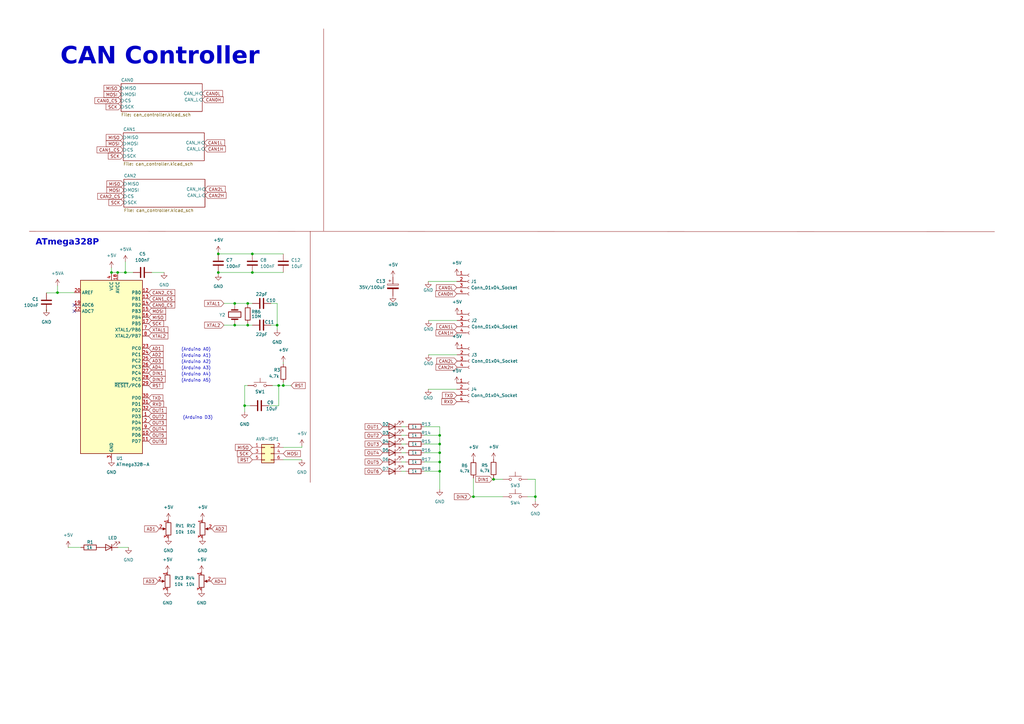
<source format=kicad_sch>
(kicad_sch (version 20230121) (generator eeschema)
  (paper "A3")
  (title_block (title "CAN Brake Board") (date "2023-12-04") (rev "1.4"))
  (lib_symbols
    (symbol "Connector:Conn_01x04_Socket" (pin_names (offset 1.016) hide)
      (property "Reference" "J" (at 0 5.08 0))
      (property "Value" "Conn_01x04_Socket" (at 0 -7.62 0))
      (symbol "Conn_01x04_Socket_1_1"
        (arc (start 0 -4.572) (mid -0.5058 -5.08) (end 0 -5.588) (stroke (width 0.1524)))
        (arc (start 0 -2.032) (mid -0.5058 -2.54) (end 0 -3.048) (stroke (width 0.1524)))
        (polyline (pts (xy -1.27 -5.08) (xy -0.508 -5.08)) (stroke (width 0.1524)))
        (polyline (pts (xy -1.27 -2.54) (xy -0.508 -2.54)) (stroke (width 0.1524)))
        (polyline (pts (xy -1.27 0) (xy -0.508 0)) (stroke (width 0.1524)))
        (polyline (pts (xy -1.27 2.54) (xy -0.508 2.54)) (stroke (width 0.1524)))
        (arc (start 0 0.508) (mid -0.5058 0) (end 0 -0.508) (stroke (width 0.1524)))
        (arc (start 0 3.048) (mid -0.5058 2.54) (end 0 2.032) (stroke (width 0.1524)))
        (pin passive line (at -5.08 2.54 0) (length 3.81) (name "Pin_1") (number "1"))
        (pin passive line (at -5.08 0 0) (length 3.81) (name "Pin_2") (number "2"))
        (pin passive line (at -5.08 -2.54 0) (length 3.81) (name "Pin_3") (number "3"))
        (pin passive line (at -5.08 -5.08 0) (length 3.81) (name "Pin_4") (number "4"))
      )
    )
    (symbol "Connector_Generic:Conn_02x03_Odd_Even" (pin_names (offset 1.016) hide)
      (property "Reference" "J" (at 1.27 5.08 0))
      (property "Value" "Conn_02x03_Odd_Even" (at 1.27 -5.08 0))
      (symbol "Conn_02x03_Odd_Even_1_1"
        (rectangle (start -1.27 -2.413) (end 0 -2.667) (stroke (width 0.1524)))
        (rectangle (start -1.27 0.127) (end 0 -0.127) (stroke (width 0.1524)))
        (rectangle (start -1.27 2.667) (end 0 2.413) (stroke (width 0.1524)))
        (rectangle (start -1.27 3.81) (end 3.81 -3.81) (stroke (width 0.254)) (fill (type background)))
        (rectangle (start 3.81 -2.413) (end 2.54 -2.667) (stroke (width 0.1524)))
        (rectangle (start 3.81 0.127) (end 2.54 -0.127) (stroke (width 0.1524)))
        (rectangle (start 3.81 2.667) (end 2.54 2.413) (stroke (width 0.1524)))
        (pin passive line (at -5.08 2.54 0) (length 3.81) (name "Pin_1") (number "1"))
        (pin passive line (at 7.62 2.54 180) (length 3.81) (name "Pin_2") (number "2"))
        (pin passive line (at -5.08 0 0) (length 3.81) (name "Pin_3") (number "3"))
        (pin passive line (at 7.62 0 180) (length 3.81) (name "Pin_4") (number "4"))
        (pin passive line (at -5.08 -2.54 0) (length 3.81) (name "Pin_5") (number "5"))
        (pin passive line (at 7.62 -2.54 180) (length 3.81) (name "Pin_6") (number "6"))
      )
    )
    (symbol "Device:C" (pin_numbers hide) (pin_names (offset 0.254))
      (property "Reference" "C" (at 0.635 2.54 0))
      (property "Value" "C" (at 0.635 -2.54 0))
      (symbol "C_0_1"
        (polyline (pts (xy -2.032 -0.762) (xy 2.032 -0.762)) (stroke (width 0.508)))
        (polyline (pts (xy -2.032 0.762) (xy 2.032 0.762)) (stroke (width 0.508)))
      )
      (symbol "C_1_1"
        (pin passive line (at 0 3.81 270) (length 2.794) (name "~") (number "1"))
        (pin passive line (at 0 -3.81 90) (length 2.794) (name "~") (number "2"))
      )
    )
    (symbol "Device:C_Polarized" (pin_numbers hide) (pin_names (offset 0.254))
      (property "Reference" "C" (at 0.635 2.54 0))
      (property "Value" "C_Polarized" (at 0.635 -2.54 0))
      (symbol "C_Polarized_0_1"
        (rectangle (start -2.286 0.508) (end 2.286 1.016))
        (polyline (pts (xy -1.778 2.286) (xy -0.762 2.286)))
        (polyline (pts (xy -1.27 2.794) (xy -1.27 1.778)))
        (rectangle (start 2.286 -0.508) (end -2.286 -1.016) (fill (type outline)))
      )
      (symbol "C_Polarized_1_1"
        (pin passive line (at 0 3.81 270) (length 2.794) (name "~") (number "1"))
        (pin passive line (at 0 -3.81 90) (length 2.794) (name "~") (number "2"))
      )
    )
    (symbol "Device:Crystal" (pin_numbers hide) (pin_names (offset 1.016) hide)
      (property "Reference" "Y" (at 0 3.81 0))
      (property "Value" "Crystal" (at 0 -3.81 0))
      (symbol "Crystal_0_1"
        (rectangle (start -1.143 2.54) (end 1.143 -2.54) (stroke (width 0.3048)))
        (polyline (pts (xy -2.54 0) (xy -1.905 0)))
        (polyline (pts (xy -1.905 -1.27) (xy -1.905 1.27)) (stroke (width 0.508)))
        (polyline (pts (xy 1.905 -1.27) (xy 1.905 1.27)) (stroke (width 0.508)))
        (polyline (pts (xy 2.54 0) (xy 1.905 0)))
      )
      (symbol "Crystal_1_1"
        (pin passive line (at -3.81 0 0) (length 1.27) (name "1") (number "1"))
        (pin passive line (at 3.81 0 180) (length 1.27) (name "2") (number "2"))
      )
    )
    (symbol "Device:LED" (pin_numbers hide) (pin_names (offset 1.016) hide)
      (property "Reference" "D" (at 0 2.54 0))
      (property "Value" "LED" (at 0 -2.54 0))
      (symbol "LED_0_1"
        (polyline (pts (xy -1.27 -1.27) (xy -1.27 1.27)) (stroke (width 0.254)))
        (polyline (pts (xy -1.27 0) (xy 1.27 0)))
        (polyline (pts (xy 1.27 -1.27) (xy 1.27 1.27) (xy -1.27 0) (xy 1.27 -1.27)) (stroke (width 0.254)))
        (polyline (pts (xy -3.048 -0.762) (xy -4.572 -2.286) (xy -3.81 -2.286) (xy -4.572 -2.286) (xy -4.572 -1.524)))
        (polyline (pts (xy -1.778 -0.762) (xy -3.302 -2.286) (xy -2.54 -2.286) (xy -3.302 -2.286) (xy -3.302 -1.524)))
      )
      (symbol "LED_1_1"
        (pin passive line (at -3.81 0 0) (length 2.54) (name "K") (number "1"))
        (pin passive line (at 3.81 0 180) (length 2.54) (name "A") (number "2"))
      )
    )
    (symbol "Device:R" (pin_numbers hide) (pin_names (offset 0))
      (property "Reference" "R" (at 2.032 0 90))
      (property "Value" "R" (at 0 0 90))
      (symbol "R_0_1"
        (rectangle (start -1.016 -2.54) (end 1.016 2.54) (stroke (width 0.254)))
      )
      (symbol "R_1_1"
        (pin passive line (at 0 3.81 270) (length 1.27) (name "~") (number "1"))
        (pin passive line (at 0 -3.81 90) (length 1.27) (name "~") (number "2"))
      )
    )
    (symbol "Device:R_Potentiometer" (pin_names (offset 1.016) hide)
      (property "Reference" "RV" (at -4.445 0 90))
      (property "Value" "R_Potentiometer" (at -2.54 0 90))
      (symbol "R_Potentiometer_0_1"
        (polyline (pts (xy 2.54 0) (xy 1.524 0)))
        (polyline (pts (xy 1.143 0) (xy 2.286 0.508) (xy 2.286 -0.508) (xy 1.143 0)) (fill (type outline)))
        (rectangle (start 1.016 2.54) (end -1.016 -2.54) (stroke (width 0.254)))
      )
      (symbol "R_Potentiometer_1_1"
        (pin passive line (at 0 3.81 270) (length 1.27) (name "1") (number "1"))
        (pin passive line (at 3.81 0 180) (length 1.27) (name "2") (number "2"))
        (pin passive line (at 0 -3.81 90) (length 1.27) (name "3") (number "3"))
      )
    )
    (symbol "MCU_Microchip_ATmega:ATmega328-A"
      (property "Reference" "U" (at -12.7 36.83 0))
      (property "Value" "ATmega328-A" (at 2.54 -36.83 0))
      (symbol "ATmega328-A_0_1"
        (rectangle (start -12.7 -35.56) (end 12.7 35.56) (stroke (width 0.254)) (fill (type background)))
      )
      (symbol "ATmega328-A_1_1"
        (pin bidirectional line (at 15.24 -20.32 180) (length 2.54) (name "PD3") (number "1"))
        (pin bidirectional line (at 15.24 -27.94 180) (length 2.54) (name "PD6") (number "10"))
        (pin bidirectional line (at 15.24 -30.48 180) (length 2.54) (name "PD7") (number "11"))
        (pin bidirectional line (at 15.24 30.48 180) (length 2.54) (name "PB0") (number "12"))
        (pin bidirectional line (at 15.24 27.94 180) (length 2.54) (name "PB1") (number "13"))
        (pin bidirectional line (at 15.24 25.4 180) (length 2.54) (name "PB2") (number "14"))
        (pin bidirectional line (at 15.24 22.86 180) (length 2.54) (name "PB3") (number "15"))
        (pin bidirectional line (at 15.24 20.32 180) (length 2.54) (name "PB4") (number "16"))
        (pin bidirectional line (at 15.24 17.78 180) (length 2.54) (name "PB5") (number "17"))
        (pin power_in line (at 2.54 38.1 270) (length 2.54) (name "AVCC") (number "18"))
        (pin input line (at -15.24 25.4 0) (length 2.54) (name "ADC6") (number "19"))
        (pin bidirectional line (at 15.24 -22.86 180) (length 2.54) (name "PD4") (number "2"))
        (pin passive line (at -15.24 30.48 0) (length 2.54) (name "AREF") (number "20"))
        (pin passive line (at 0 -38.1 90) (length 2.54) hide (name "GND") (number "21"))
        (pin input line (at -15.24 22.86 0) (length 2.54) (name "ADC7") (number "22"))
        (pin bidirectional line (at 15.24 7.62 180) (length 2.54) (name "PC0") (number "23"))
        (pin bidirectional line (at 15.24 5.08 180) (length 2.54) (name "PC1") (number "24"))
        (pin bidirectional line (at 15.24 2.54 180) (length 2.54) (name "PC2") (number "25"))
        (pin bidirectional line (at 15.24 0 180) (length 2.54) (name "PC3") (number "26"))
        (pin bidirectional line (at 15.24 -2.54 180) (length 2.54) (name "PC4") (number "27"))
        (pin bidirectional line (at 15.24 -5.08 180) (length 2.54) (name "PC5") (number "28"))
        (pin bidirectional line (at 15.24 -7.62 180) (length 2.54) (name "~{RESET}/PC6") (number "29"))
        (pin power_in line (at 0 -38.1 90) (length 2.54) (name "GND") (number "3"))
        (pin bidirectional line (at 15.24 -12.7 180) (length 2.54) (name "PD0") (number "30"))
        (pin bidirectional line (at 15.24 -15.24 180) (length 2.54) (name "PD1") (number "31"))
        (pin bidirectional line (at 15.24 -17.78 180) (length 2.54) (name "PD2") (number "32"))
        (pin power_in line (at 0 38.1 270) (length 2.54) (name "VCC") (number "4"))
        (pin passive line (at 0 -38.1 90) (length 2.54) hide (name "GND") (number "5"))
        (pin passive line (at 0 38.1 270) (length 2.54) hide (name "VCC") (number "6"))
        (pin bidirectional line (at 15.24 15.24 180) (length 2.54) (name "XTAL1/PB6") (number "7"))
        (pin bidirectional line (at 15.24 12.7 180) (length 2.54) (name "XTAL2/PB7") (number "8"))
        (pin bidirectional line (at 15.24 -25.4 180) (length 2.54) (name "PD5") (number "9"))
      )
    )
    (symbol "Switch:SW_Push" (pin_numbers hide) (pin_names (offset 1.016) hide)
      (property "Reference" "SW" (at 1.27 2.54 0))
      (property "Value" "SW_Push" (at 0 -1.524 0))
      (symbol "SW_Push_0_1"
        (circle (center -2.032 0) (radius 0.508))
        (polyline (pts (xy 0 1.27) (xy 0 3.048)))
        (polyline (pts (xy 2.54 1.27) (xy -2.54 1.27)))
        (circle (center 2.032 0) (radius 0.508))
        (pin passive line (at -5.08 0 0) (length 2.54) (name "1") (number "1"))
        (pin passive line (at 5.08 0 180) (length 2.54) (name "2") (number "2"))
      )
    )
    (symbol "power:+5V" (power) (pin_names (offset 0))
      (property "Value" "+5V" (at 0 3.556 0))
      (symbol "+5V_0_1"
        (polyline (pts (xy -0.762 1.27) (xy 0 2.54)))
        (polyline (pts (xy 0 0) (xy 0 2.54)))
        (polyline (pts (xy 0 2.54) (xy 0.762 1.27)))
      )
      (symbol "+5V_1_1"
        (pin power_in line (at 0 0 90) (length 0) hide (name "+5V") (number "1"))
      )
    )
    (symbol "power:+5VA" (power) (pin_names (offset 0))
      (property "Value" "+5VA" (at 0 3.556 0))
      (symbol "+5VA_0_1"
        (polyline (pts (xy -0.762 1.27) (xy 0 2.54)))
        (polyline (pts (xy 0 0) (xy 0 2.54)))
        (polyline (pts (xy 0 2.54) (xy 0.762 1.27)))
      )
      (symbol "+5VA_1_1"
        (pin power_in line (at 0 0 90) (length 0) hide (name "+5VA") (number "1"))
      )
    )
    (symbol "power:GND" (power) (pin_names (offset 0))
      (property "Value" "GND" (at 0 -3.81 0))
      (symbol "GND_0_1"
        (polyline (pts (xy 0 0) (xy 0 -1.27) (xy 1.27 -1.27) (xy 0 -2.54) (xy -1.27 -1.27) (xy 0 -1.27)))
      )
      (symbol "GND_1_1"
        (pin power_in line (at 0 0 270) (length 0) hide (name "GND") (number "1"))
      )
    )
  )
  (junction (at 101.6 124.46))
  (junction (at 180.34 182.118))
  (junction (at 89.535 111.76))
  (junction (at 219.583 203.708))
  (junction (at 103.505 104.14))
  (junction (at 180.34 189.484))
  (junction (at 51.435 111.76))
  (junction (at 113.665 133.35))
  (junction (at 23.587 120.015))
  (junction (at 180.34 178.562))
  (junction (at 180.34 185.674))
  (junction (at 96.266 124.46))
  (junction (at 89.535 104.14))
  (junction (at 116.205 158.115))
  (junction (at 100.33 166.37))
  (junction (at 103.505 111.76))
  (junction (at 96.266 133.35))
  (junction (at 180.34 193.294))
  (junction (at 48.26 111.76))
  (junction (at 202.438 196.596))
  (junction (at 45.72 111.76))
  (junction (at 101.6 133.35))
  (junction (at 194.183 203.708))
  (junction (at 114.3 158.115))
  (no_connect (at 30.48 125.095))
  (no_connect (at 30.48 127.635))
  (wire (pts (xy 48.26 111.76) (xy 51.435 111.76)))
  (wire (pts (xy 175.641 115.443) (xy 187.325 115.443)))
  (wire (pts (xy 48.26 111.76) (xy 48.26 112.395)))
  (wire (pts (xy 45.72 109.855) (xy 45.72 111.76)))
  (wire (pts (xy 216.408 196.596) (xy 219.583 196.596)))
  (wire (pts (xy 101.6 158.115) (xy 100.33 158.115)))
  (wire (pts (xy 89.535 104.14) (xy 103.505 104.14)))
  (wire (pts (xy 114.3 158.115) (xy 116.205 158.115)))
  (wire (pts (xy 175.641 159.639) (xy 187.325 159.639)))
  (wire (pts (xy 173.99 182.118) (xy 180.34 182.118)))
  (wire (pts (xy 180.34 182.118) (xy 180.34 185.674)))
  (wire (pts (xy 91.821 133.35) (xy 96.266 133.35)))
  (wire (pts (xy 101.6 132.588) (xy 101.6 133.35)))
  (wire (pts (xy 45.72 111.76) (xy 45.72 112.395)))
  (wire (pts (xy 89.535 111.76) (xy 103.505 111.76)))
  (wire (pts (xy 164.592 182.118) (xy 166.37 182.118)))
  (wire (pts (xy 164.592 189.484) (xy 166.37 189.484)))
  (wire (pts (xy 201.93 196.596) (xy 202.438 196.596)))
  (wire (pts (xy 62.23 111.76) (xy 67.31 111.76)))
  (wire (pts (xy 216.408 203.708) (xy 219.583 203.708)))
  (polyline (pts (xy 12.0142 94.8944) (xy 407.924 94.996)) (stroke (width 0) (color 132 0 0 1)))
  (wire (pts (xy 19.05 127.762) (xy 19.05 127)))
  (wire (pts (xy 100.33 158.115) (xy 100.33 166.37)))
  (wire (pts (xy 180.34 185.674) (xy 180.34 189.484)))
  (wire (pts (xy 111.125 133.35) (xy 113.665 133.35)))
  (wire (pts (xy 52.705 224.536) (xy 48.387 224.536)))
  (wire (pts (xy 103.505 104.14) (xy 116.205 104.14)))
  (wire (pts (xy 173.99 193.294) (xy 180.34 193.294)))
  (wire (pts (xy 19.05 120.142) (xy 22.86 120.142)))
  (wire (pts (xy 116.205 156.845) (xy 116.205 158.115)))
  (wire (pts (xy 173.99 185.674) (xy 180.34 185.674)))
  (wire (pts (xy 194.183 203.708) (xy 194.183 196.088)))
  (wire (pts (xy 116.205 158.115) (xy 119.38 158.115)))
  (wire (pts (xy 116.205 148.59) (xy 116.205 149.225)))
  (wire (pts (xy 96.266 124.46) (xy 101.6 124.46)))
  (wire (pts (xy 180.34 178.562) (xy 180.34 182.118)))
  (wire (pts (xy 180.34 175.006) (xy 180.34 178.562)))
  (wire (pts (xy 101.6 133.35) (xy 103.505 133.35)))
  (wire (pts (xy 173.99 189.484) (xy 180.34 189.484)))
  (wire (pts (xy 175.768 131.445) (xy 187.452 131.445)))
  (wire (pts (xy 103.505 111.76) (xy 116.205 111.76)))
  (wire (pts (xy 173.99 178.562) (xy 180.34 178.562)))
  (wire (pts (xy 194.183 203.708) (xy 206.248 203.708)))
  (wire (pts (xy 219.583 196.596) (xy 219.583 203.708)))
  (wire (pts (xy 91.821 124.46) (xy 96.266 124.46)))
  (polyline (pts (xy 132.715 94.6912) (xy 132.715 11.811)) (stroke (width 0) (color 132 0 0 1)))
  (wire (pts (xy 164.592 178.562) (xy 166.37 178.562)))
  (wire (pts (xy 51.435 107.315) (xy 51.435 111.76)))
  (wire (pts (xy 22.86 120.015) (xy 23.587 120.015)))
  (wire (pts (xy 116.205 188.595) (xy 123.825 188.595)))
  (wire (pts (xy 100.33 168.91) (xy 100.33 166.37)))
  (wire (pts (xy 164.592 175.006) (xy 166.37 175.006)))
  (wire (pts (xy 175.768 145.542) (xy 187.452 145.542)))
  (wire (pts (xy 45.72 111.76) (xy 48.26 111.76)))
  (wire (pts (xy 23.587 120.015) (xy 30.48 120.015)))
  (wire (pts (xy 113.665 124.46) (xy 113.665 133.35)))
  (wire (pts (xy 22.86 120.142) (xy 22.86 120.015)))
  (wire (pts (xy 202.438 196.596) (xy 202.438 195.961)))
  (wire (pts (xy 173.99 175.006) (xy 180.34 175.006)))
  (wire (pts (xy 164.592 185.674) (xy 166.37 185.674)))
  (wire (pts (xy 23.587 117.1825) (xy 23.587 120.015)))
  (wire (pts (xy 180.34 189.484) (xy 180.34 193.294)))
  (wire (pts (xy 111.76 158.115) (xy 114.3 158.115)))
  (wire (pts (xy 110.236 166.37) (xy 114.3 166.37)))
  (wire (pts (xy 193.167 203.708) (xy 194.183 203.708)))
  (polyline (pts (xy 127.254 197.866) (xy 127.254 94.869)) (stroke (width 0) (color 132 0 0 1)))
  (wire (pts (xy 27.94 224.536) (xy 33.147 224.536)))
  (wire (pts (xy 219.583 205.613) (xy 219.583 203.708)))
  (wire (pts (xy 54.61 111.76) (xy 51.435 111.76)))
  (wire (pts (xy 100.33 166.37) (xy 102.616 166.37)))
  (wire (pts (xy 96.266 132.842) (xy 96.266 133.35)))
  (wire (pts (xy 180.34 193.294) (xy 180.34 200.66)))
  (wire (pts (xy 96.266 124.46) (xy 96.266 125.222)))
  (wire (pts (xy 113.665 124.46) (xy 111.125 124.46)))
  (wire (pts (xy 202.438 196.596) (xy 206.248 196.596)))
  (wire (pts (xy 123.825 183.515) (xy 116.205 183.515)))
  (wire (pts (xy 114.3 158.115) (xy 114.3 166.37)))
  (wire (pts (xy 89.535 103.505) (xy 89.535 104.14)))
  (wire (pts (xy 89.535 112.395) (xy 89.535 111.76)))
  (wire (pts (xy 113.665 135.255) (xy 113.665 133.35)))
  (wire (pts (xy 123.825 183.515) (xy 123.825 182.88)))
  (wire (pts (xy 101.6 124.46) (xy 101.6 124.968)))
  (wire (pts (xy 101.6 124.46) (xy 103.505 124.46)))
  (wire (pts (xy 96.266 133.35) (xy 101.6 133.35)))
  (wire (pts (xy 164.592 193.294) (xy 166.37 193.294)))
  (text "(Arduino A4)\n" (at 74.295 154.305 0) (effects (font (size 1.27 1.27)) (justify left bottom)))
  (text "(Arduino A2)\n" (at 74.295 149.225 0) (effects (font (size 1.27 1.27)) (justify left bottom)))
  (text "ATmega328P" (at 14.605 101.6 0) (effects (font (size 2.54 2.54) (thickness 1.4) bold) (justify left bottom)))
  (text "(Arduino A0)\n" (at 74.295 144.145 0) (effects (font (size 1.27 1.27)) (justify left bottom)))
  (text "(Arduino D3)\n" (at 74.93 172.085 0) (effects (font (size 1.27 1.27)) (justify left bottom)))
  (text "(Arduino A5)\n" (at 74.295 156.845 0) (effects (font (size 1.27 1.27)) (justify left bottom)))
  (text "CAN Controller" (at 24.765 29.21 0) (effects (font (size 7 7) (thickness 1.4) bold) (justify left bottom)))
  (text "(Arduino A1)\n" (at 74.295 146.685 0) (effects (font (size 1.27 1.27)) (justify left bottom)))
  (text "(Arduino A3)\n" (at 74.295 151.765 0) (effects (font (size 1.27 1.27)) (justify left bottom)))
  (global_label "XTAL1" (shape input) (at 91.821 124.46 180) (property "Intersheetrefs" "${INTERSHEET_REFS}" (effects hide)))
  (global_label "OUT5" (shape input) (at 156.972 189.484 180) (property "Intersheetrefs" "${INTERSHEET_REFS}" (effects hide)))
  (global_label "CAN2H" (shape input) (at 84.074 80.137 0) (property "Intersheetrefs" "${INTERSHEET_REFS}" (effects hide)))
  (global_label "TXD" (shape input) (at 60.96 163.195 0) (property "Intersheetrefs" "${INTERSHEET_REFS}" (effects hide)))
  (global_label "DIN2" (shape input) (at 60.96 155.575 0) (property "Intersheetrefs" "${INTERSHEET_REFS}" (effects hide)))
  (global_label "MOSI" (shape input) (at 60.96 127.635 0) (property "Intersheetrefs" "${INTERSHEET_REFS}" (effects hide)))
  (global_label "CAN0H" (shape input) (at 187.325 120.523 180) (property "Intersheetrefs" "${INTERSHEET_REFS}" (effects hide)))
  (global_label "XTAL1" (shape input) (at 60.96 135.255 0) (property "Intersheetrefs" "${INTERSHEET_REFS}" (effects hide)))
  (global_label "AD4" (shape input) (at 86.487 238.379 0) (property "Intersheetrefs" "${INTERSHEET_REFS}" (effects hide)))
  (global_label "CAN0_CS" (shape input) (at 60.96 125.095 0) (property "Intersheetrefs" "${INTERSHEET_REFS}" (effects hide)))
  (global_label "CAN1L" (shape input) (at 83.82 58.547 0) (property "Intersheetrefs" "${INTERSHEET_REFS}" (effects hide)))
  (global_label "CAN1H" (shape input) (at 187.452 136.525 180) (property "Intersheetrefs" "${INTERSHEET_REFS}" (effects hide)))
  (global_label "RST" (shape input) (at 60.96 158.115 0) (property "Intersheetrefs" "${INTERSHEET_REFS}" (effects hide)))
  (global_label "RST" (shape input) (at 103.505 188.595 180) (property "Intersheetrefs" "${INTERSHEET_REFS}" (effects hide)))
  (global_label "OUT6" (shape input) (at 60.96 180.975 0) (property "Intersheetrefs" "${INTERSHEET_REFS}" (effects hide)))
  (global_label "SCK" (shape input) (at 103.505 186.055 180) (property "Intersheetrefs" "${INTERSHEET_REFS}" (effects hide)))
  (global_label "CAN2H" (shape input) (at 187.452 150.622 180) (property "Intersheetrefs" "${INTERSHEET_REFS}" (effects hide)))
  (global_label "SCK" (shape input) (at 50.8 83.058 180) (property "Intersheetrefs" "${INTERSHEET_REFS}" (effects hide)))
  (global_label "CAN1_CS" (shape input) (at 60.96 122.555 0) (property "Intersheetrefs" "${INTERSHEET_REFS}" (effects hide)))
  (global_label "CAN0L" (shape input) (at 187.325 117.983 180) (property "Intersheetrefs" "${INTERSHEET_REFS}" (effects hide)))
  (global_label "MOSI" (shape input) (at 50.8 77.978 180) (property "Intersheetrefs" "${INTERSHEET_REFS}" (effects hide)))
  (global_label "OUT2" (shape input) (at 60.96 170.815 0) (property "Intersheetrefs" "${INTERSHEET_REFS}" (effects hide)))
  (global_label "CAN2_CS" (shape input) (at 50.8 80.518 180) (property "Intersheetrefs" "${INTERSHEET_REFS}" (effects hide)))
  (global_label "AD2" (shape input) (at 86.868 216.916 0) (property "Intersheetrefs" "${INTERSHEET_REFS}" (effects hide)))
  (global_label "OUT1" (shape input) (at 156.972 175.006 180) (property "Intersheetrefs" "${INTERSHEET_REFS}" (effects hide)))
  (global_label "TXD" (shape input) (at 187.325 162.179 180) (property "Intersheetrefs" "${INTERSHEET_REFS}" (effects hide)))
  (global_label "RXD" (shape input) (at 187.325 164.719 180) (property "Intersheetrefs" "${INTERSHEET_REFS}" (effects hide)))
  (global_label "OUT4" (shape input) (at 60.96 175.895 0) (property "Intersheetrefs" "${INTERSHEET_REFS}" (effects hide)))
  (global_label "MISO" (shape input) (at 103.505 183.515 180) (property "Intersheetrefs" "${INTERSHEET_REFS}" (effects hide)))
  (global_label "AD3" (shape input) (at 60.96 147.955 0) (property "Intersheetrefs" "${INTERSHEET_REFS}" (effects hide)))
  (global_label "AD3" (shape input) (at 64.897 238.379 180) (property "Intersheetrefs" "${INTERSHEET_REFS}" (effects hide)))
  (global_label "CAN2L" (shape input) (at 187.452 148.082 180) (property "Intersheetrefs" "${INTERSHEET_REFS}" (effects hide)))
  (global_label "MISO" (shape input) (at 49.657 36.195 180) (property "Intersheetrefs" "${INTERSHEET_REFS}" (effects hide)))
  (global_label "CAN0H" (shape input) (at 82.931 40.894 0) (property "Intersheetrefs" "${INTERSHEET_REFS}" (effects hide)))
  (global_label "MISO" (shape input) (at 50.546 56.388 180) (property "Intersheetrefs" "${INTERSHEET_REFS}" (effects hide)))
  (global_label "OUT6" (shape input) (at 156.972 193.294 180) (property "Intersheetrefs" "${INTERSHEET_REFS}" (effects hide)))
  (global_label "RST" (shape input) (at 119.38 158.115 0) (property "Intersheetrefs" "${INTERSHEET_REFS}" (effects hide)))
  (global_label "OUT2" (shape input) (at 156.972 178.562 180) (property "Intersheetrefs" "${INTERSHEET_REFS}" (effects hide)))
  (global_label "CAN2_CS" (shape input) (at 60.96 120.015 0) (property "Intersheetrefs" "${INTERSHEET_REFS}" (effects hide)))
  (global_label "DIN2" (shape input) (at 193.167 203.708 180) (property "Intersheetrefs" "${INTERSHEET_REFS}" (effects hide)))
  (global_label "OUT1" (shape input) (at 60.96 168.275 0) (property "Intersheetrefs" "${INTERSHEET_REFS}" (effects hide)))
  (global_label "CAN1_CS" (shape input) (at 50.546 61.468 180) (property "Intersheetrefs" "${INTERSHEET_REFS}" (effects hide)))
  (global_label "AD1" (shape input) (at 65.278 216.916 180) (property "Intersheetrefs" "${INTERSHEET_REFS}" (effects hide)))
  (global_label "CAN1H" (shape input) (at 83.82 61.087 0) (property "Intersheetrefs" "${INTERSHEET_REFS}" (effects hide)))
  (global_label "SCK" (shape input) (at 50.546 64.008 180) (property "Intersheetrefs" "${INTERSHEET_REFS}" (effects hide)))
  (global_label "CAN1L" (shape input) (at 187.452 133.985 180) (property "Intersheetrefs" "${INTERSHEET_REFS}" (effects hide)))
  (global_label "XTAL2" (shape input) (at 91.821 133.35 180) (property "Intersheetrefs" "${INTERSHEET_REFS}" (effects hide)))
  (global_label "AD2" (shape input) (at 60.96 145.415 0) (property "Intersheetrefs" "${INTERSHEET_REFS}" (effects hide)))
  (global_label "SCK" (shape input) (at 49.657 43.815 180) (property "Intersheetrefs" "${INTERSHEET_REFS}" (effects hide)))
  (global_label "OUT5" (shape input) (at 60.96 178.435 0) (property "Intersheetrefs" "${INTERSHEET_REFS}" (effects hide)))
  (global_label "RXD" (shape input) (at 60.96 165.735 0) (property "Intersheetrefs" "${INTERSHEET_REFS}" (effects hide)))
  (global_label "MISO" (shape input) (at 60.96 130.175 0) (property "Intersheetrefs" "${INTERSHEET_REFS}" (effects hide)))
  (global_label "MISO" (shape input) (at 50.8 75.438 180) (property "Intersheetrefs" "${INTERSHEET_REFS}" (effects hide)))
  (global_label "XTAL2" (shape input) (at 60.96 137.795 0) (property "Intersheetrefs" "${INTERSHEET_REFS}" (effects hide)))
  (global_label "DIN1" (shape input) (at 60.96 153.035 0) (property "Intersheetrefs" "${INTERSHEET_REFS}" (effects hide)))
  (global_label "MOSI" (shape input) (at 116.205 186.055 0) (property "Intersheetrefs" "${INTERSHEET_REFS}" (effects hide)))
  (global_label "SCK" (shape input) (at 60.96 132.715 0) (property "Intersheetrefs" "${INTERSHEET_REFS}" (effects hide)))
  (global_label "DIN1" (shape input) (at 201.93 196.596 180) (property "Intersheetrefs" "${INTERSHEET_REFS}" (effects hide)))
  (global_label "CAN2L" (shape input) (at 84.074 77.597 0) (property "Intersheetrefs" "${INTERSHEET_REFS}" (effects hide)))
  (global_label "MOSI" (shape input) (at 50.546 58.928 180) (property "Intersheetrefs" "${INTERSHEET_REFS}" (effects hide)))
  (global_label "MOSI" (shape input) (at 49.657 38.735 180) (property "Intersheetrefs" "${INTERSHEET_REFS}" (effects hide)))
  (global_label "AD1" (shape input) (at 60.96 142.875 0) (property "Intersheetrefs" "${INTERSHEET_REFS}" (effects hide)))
  (global_label "OUT4" (shape input) (at 156.972 185.674 180) (property "Intersheetrefs" "${INTERSHEET_REFS}" (effects hide)))
  (global_label "OUT3" (shape input) (at 156.972 182.118 180) (property "Intersheetrefs" "${INTERSHEET_REFS}" (effects hide)))
  (global_label "CAN0_CS" (shape input) (at 49.657 41.275 180) (property "Intersheetrefs" "${INTERSHEET_REFS}" (effects hide)))
  (global_label "OUT3" (shape input) (at 60.96 173.355 0) (property "Intersheetrefs" "${INTERSHEET_REFS}" (effects hide)))
  (global_label "CAN0L" (shape input) (at 82.931 38.354 0) (property "Intersheetrefs" "${INTERSHEET_REFS}" (effects hide)))
  (global_label "AD4" (shape input) (at 60.96 150.495 0) (property "Intersheetrefs" "${INTERSHEET_REFS}" (effects hide)))
  (symbol (lib_id "MCU_Microchip_ATmega:ATmega328-A") (at 45.72 150.495 0) (unit 1)
    (property "Reference" "U1" (at 47.6759 187.96 0) (effects (justify left)))
    (property "Value" "ATmega328-A" (at 47.6759 190.5 0) (effects (justify left)))
    (property "Footprint" "RMC_QFP:TQFP-32_7x7mm_P0.8mm_L" (effects hide))
    (property "Datasheet" "http://ww1.microchip.com/downloads/en/DeviceDoc/ATmega328_P%20AVR%20MCU%20with%20picoPower%20Technology%20Data%20Sheet%2040001984A.pdf" (effects hide))
  )
  (symbol (lib_id "Device:C") (at 107.315 124.46 270) (mirror x) (unit 1)
    (property "Reference" "C10" (at 111.125 123.19 90))
    (property "Value" "22pF" (at 107.315 120.65 90))
    (property "Footprint" "Better_Handsolder:C_0805_2012Metric_Pad1.18x1.45mm_HandSolder_L" (effects hide))
  )
  (symbol (lib_id "Connector:Conn_01x04_Socket") (at 192.405 115.443 0) (unit 1)
    (property "Reference" "J1" (at 193.167 115.443 0) (effects (justify left)))
    (property "Value" "Conn_01x04_Socket" (at 193.167 117.983 0) (effects (justify left)))
    (property "Footprint" "Connector_JST:JST_XH_B4B-XH-A_1x04_P2.50mm_Vertical" (effects hide))
  )
  (symbol (lib_id "Device:R") (at 116.205 153.035 180) (unit 1)
    (property "Reference" "R3" (at 113.665 151.765 0))
    (property "Value" "4.7k" (at 112.395 154.305 0))
    (property "Footprint" "Better_Handsolder:R_0805_2012Metric_Pad1.20x1.40mm_HandSolder_L" (effects hide))
  )
  (symbol (lib_id "power:GND") (at 113.665 135.255 0) (mirror y) (unit 1)
    (property "Reference" "#PWR022" (effects hide))
    (property "Value" "GND" (at 113.665 140.335 0))
  )
  (symbol (lib_id "Device:C") (at 89.535 107.95 180) (unit 1)
    (property "Reference" "C7" (at 92.71 106.68 0) (effects (justify right)))
    (property "Value" "100nF" (at 92.71 109.22 0) (effects (justify right)))
    (property "Footprint" "Better_Handsolder:C_0805_2012Metric_Pad1.18x1.45mm_HandSolder_L" (effects hide))
  )
  (symbol (lib_id "power:+5VA") (at 51.435 107.315 0) (unit 1)
    (property "Reference" "#PWR09" (effects hide))
    (property "Value" "+5VA" (at 51.435 102.235 0))
  )
  (symbol (lib_id "Device:R") (at 101.6 128.778 0) (mirror x) (unit 1)
    (property "Reference" "R86" (at 105.029 127.889 0))
    (property "Value" "10M" (at 105.156 129.794 0))
    (property "Footprint" "Better_Handsolder:R_0805_2012Metric_Pad1.20x1.40mm_HandSolder_L" (effects hide))
  )
  (symbol (lib_id "power:GND") (at 175.641 159.639 0) (mirror y) (unit 1)
    (property "Reference" "#PWR046" (effects hide))
    (property "Value" "GND" (at 175.641 163.195 0))
  )
  (symbol (lib_id "Device:R") (at 170.18 193.294 90) (mirror x) (unit 1)
    (property "Reference" "R18" (at 174.752 192.278 90))
    (property "Value" "1k" (at 169.926 193.294 90))
    (property "Footprint" "Better_Handsolder:R_0805_2012Metric_Pad1.20x1.40mm_HandSolder_L" (effects hide))
  )
  (symbol (lib_id "power:+5V") (at 187.325 157.099 0) (unit 1)
    (property "Reference" "#PWR045" (effects hide))
    (property "Value" "+5V" (at 187.325 152.019 0))
  )
  (symbol (lib_id "Device:R") (at 170.18 189.484 90) (mirror x) (unit 1)
    (property "Reference" "R17" (at 174.752 188.468 90))
    (property "Value" "1k" (at 169.926 189.484 90))
    (property "Footprint" "Better_Handsolder:R_0805_2012Metric_Pad1.20x1.40mm_HandSolder_L" (effects hide))
  )
  (symbol (lib_id "Device:C") (at 19.05 123.952 0) (mirror x) (unit 1) (on_board no)
    (property "Reference" "C1" (at 15.875 122.682 0) (effects (justify right)))
    (property "Value" "100nF" (at 15.875 125.222 0) (effects (justify right)))
    (property "Footprint" "Better_Handsolder:C_0805_2012Metric_Pad1.18x1.45mm_HandSolder_L" (effects hide))
  )
  (symbol (lib_id "power:+5V") (at 202.438 188.341 0) (unit 1)
    (property "Reference" "#PWR058" (effects hide))
    (property "Value" "+5V" (at 202.438 183.261 0))
  )
  (symbol (lib_id "power:GND") (at 175.641 115.443 0) (mirror y) (unit 1)
    (property "Reference" "#PWR029" (effects hide))
    (property "Value" "GND" (at 175.641 118.999 0))
  )
  (symbol (lib_id "Device:C_Polarized") (at 161.163 117.475 0) (unit 1) (on_board no)
    (property "Reference" "C13" (at 158.115 115.316 0) (effects (justify right)))
    (property "Value" "35V/100uF" (at 158.115 117.856 0) (effects (justify right)))
    (property "Footprint" "Capacitor_THT:CP_Radial_D6.3mm_P2.50mm" (effects hide))
  )
  (symbol (lib_id "Connector_Generic:Conn_02x03_Odd_Even") (at 108.585 186.055 0) (unit 1)
    (property "Reference" "AVR-ISP1" (at 109.728 180.086 0))
    (property "Value" "Conn_02x03_Odd_Even" (effects hide))
    (property "Footprint" "Connector_PinHeader_2.54mm:PinHeader_2x03_P2.54mm_Vertical" (effects hide))
  )
  (symbol (lib_id "power:GND") (at 100.33 168.91 0) (unit 1)
    (property "Reference" "#PWR019" (effects hide))
    (property "Value" "GND" (at 100.33 173.99 0))
  )
  (symbol (lib_id "power:+5V") (at 82.677 234.569 0) (unit 1)
    (property "Reference" "#PWR021" (effects hide))
    (property "Value" "+5V" (at 82.677 229.489 0))
  )
  (symbol (lib_id "power:+5V") (at 68.707 234.569 0) (mirror y) (unit 1)
    (property "Reference" "#PWR020" (effects hide))
    (property "Value" "+5V" (at 68.707 229.489 0))
  )
  (symbol (lib_id "Device:R") (at 194.183 192.278 0) (mirror x) (unit 1)
    (property "Reference" "R6" (at 190.5 191.008 0))
    (property "Value" "4.7k" (at 190.627 193.167 0))
    (property "Footprint" "Better_Handsolder:R_0805_2012Metric_Pad1.20x1.40mm_HandSolder_L" (effects hide))
  )
  (symbol (lib_id "power:GND") (at 219.583 205.613 0) (mirror y) (unit 1)
    (property "Reference" "#PWR056" (effects hide))
    (property "Value" "GND" (at 219.583 210.693 0))
  )
  (symbol (lib_id "Connector:Conn_01x04_Socket") (at 192.532 145.542 0) (unit 1)
    (property "Reference" "J3" (at 193.294 145.542 0) (effects (justify left)))
    (property "Value" "Conn_01x04_Socket" (at 193.294 148.082 0) (effects (justify left)))
    (property "Footprint" "Connector_JST:JST_XH_B4B-XH-A_1x04_P2.50mm_Vertical" (effects hide))
  )
  (symbol (lib_id "power:+5V") (at 187.452 128.905 0) (unit 1)
    (property "Reference" "#PWR059" (effects hide))
    (property "Value" "+5V" (at 187.452 123.825 0))
  )
  (symbol (lib_id "Switch:SW_Push") (at 211.328 203.708 0) (unit 1)
    (property "Reference" "SW4" (at 211.328 206.248 0))
    (property "Value" "SW_Push" (effects hide))
    (property "Footprint" "Button_Switch_THT:SW_PUSH_6mm_H5mm" (effects hide))
  )
  (symbol (lib_id "Device:LED") (at 160.782 175.006 180) (unit 1)
    (property "Reference" "D2" (at 158.115 173.99 0))
    (property "Value" "LED" (effects hide))
    (property "Footprint" "Better_Handsolder:LED_0805_2012Metric_Pad1.15x1.40mm_HandSolder" (effects hide))
  )
  (symbol (lib_id "power:GND") (at 19.05 127 0) (unit 1)
    (property "Reference" "#PWR02" (effects hide))
    (property "Value" "GND" (at 19.05 132.08 0))
  )
  (symbol (lib_id "Device:LED") (at 160.782 193.294 180) (unit 1)
    (property "Reference" "D7" (at 158.115 192.278 0))
    (property "Value" "LED" (effects hide))
    (property "Footprint" "Better_Handsolder:LED_0805_2012Metric_Pad1.15x1.40mm_HandSolder" (effects hide))
  )
  (symbol (lib_id "Device:R") (at 170.18 185.674 90) (mirror x) (unit 1)
    (property "Reference" "R16" (at 174.752 184.658 90))
    (property "Value" "1k" (at 169.926 185.674 90))
    (property "Footprint" "Better_Handsolder:R_0805_2012Metric_Pad1.20x1.40mm_HandSolder_L" (effects hide))
  )
  (symbol (lib_id "Connector:Conn_01x04_Socket") (at 192.532 131.445 0) (unit 1)
    (property "Reference" "J2" (at 193.294 131.445 0) (effects (justify left)))
    (property "Value" "Conn_01x04_Socket" (at 193.294 133.985 0) (effects (justify left)))
    (property "Footprint" "Connector_JST:JST_XH_B4B-XH-A_1x04_P2.50mm_Vertical" (effects hide))
  )
  (symbol (lib_id "Device:R_Potentiometer") (at 68.707 238.379 0) (mirror y) (unit 1)
    (property "Reference" "RV3" (at 71.501 237.109 0) (effects (justify right)))
    (property "Value" "10k" (at 71.501 239.649 0) (effects (justify right)))
    (property "Footprint" "3362P-1-103:TRIM_3362P-1-103" (effects hide))
  )
  (symbol (lib_id "Device:LED") (at 160.782 189.484 180) (unit 1)
    (property "Reference" "D6" (at 158.115 188.468 0))
    (property "Value" "LED" (effects hide))
    (property "Footprint" "Better_Handsolder:LED_0805_2012Metric_Pad1.15x1.40mm_HandSolder" (effects hide))
  )
  (symbol (lib_id "power:GND") (at 45.72 188.595 0) (unit 1)
    (property "Reference" "#PWR06" (effects hide))
    (property "Value" "GND" (at 45.72 193.675 0))
  )
  (symbol (lib_id "power:+5V") (at 161.163 113.665 0) (mirror y) (unit 1)
    (property "Reference" "#PWR034" (effects hide))
    (property "Value" "+5V" (at 161.163 108.585 0))
  )
  (symbol (lib_id "power:GND") (at 180.34 200.66 0) (mirror y) (unit 1)
    (property "Reference" "#PWR023" (effects hide))
    (property "Value" "GND" (at 180.34 205.74 0))
  )
  (symbol (lib_id "power:GND") (at 69.088 220.726 0) (mirror y) (unit 1)
    (property "Reference" "#PWR032" (effects hide))
    (property "Value" "GND" (at 69.088 225.806 0))
  )
  (symbol (lib_id "power:GND") (at 82.677 242.189 0) (mirror y) (unit 1)
    (property "Reference" "#PWR055" (effects hide))
    (property "Value" "GND" (at 82.677 247.269 0))
  )
  (symbol (lib_id "Device:LED") (at 44.577 224.536 180) (unit 1)
    (property "Reference" "D1" (effects hide))
    (property "Value" "LED" (at 46.1645 220.599 0))
    (property "Footprint" "Better_Handsolder:LED_0805_2012Metric_Pad1.15x1.40mm_HandSolder" (effects hide))
  )
  (symbol (lib_id "Device:R") (at 170.18 182.118 90) (mirror x) (unit 1)
    (property "Reference" "R15" (at 174.752 181.102 90))
    (property "Value" "1k" (at 169.926 182.118 90))
    (property "Footprint" "Better_Handsolder:R_0805_2012Metric_Pad1.20x1.40mm_HandSolder_L" (effects hide))
  )
  (symbol (lib_id "Switch:SW_Push") (at 211.328 196.596 0) (unit 1)
    (property "Reference" "SW3" (at 211.328 199.136 0))
    (property "Value" "SW_Push" (effects hide))
    (property "Footprint" "Button_Switch_THT:SW_PUSH_6mm_H5mm" (effects hide))
  )
  (symbol (lib_id "power:+5V") (at 45.72 109.855 0) (unit 1)
    (property "Reference" "#PWR05" (effects hide))
    (property "Value" "+5V" (at 45.72 104.775 0))
  )
  (symbol (lib_id "power:GND") (at 175.768 145.542 0) (mirror y) (unit 1)
    (property "Reference" "#PWR062" (effects hide))
    (property "Value" "GND" (at 175.768 149.098 0))
  )
  (symbol (lib_id "power:+5V") (at 194.183 188.468 0) (unit 1)
    (property "Reference" "#PWR057" (effects hide))
    (property "Value" "+5V" (at 194.183 183.388 0))
  )
  (symbol (lib_id "Device:R_Potentiometer") (at 83.058 216.916 0) (unit 1)
    (property "Reference" "RV2" (at 80.264 215.646 0) (effects (justify right)))
    (property "Value" "10k" (at 80.264 218.186 0) (effects (justify right)))
    (property "Footprint" "3362P-1-103:TRIM_3362P-1-103" (effects hide))
  )
  (symbol (lib_id "Device:LED") (at 160.782 178.562 180) (unit 1)
    (property "Reference" "D3" (at 158.115 177.546 0))
    (property "Value" "LED" (effects hide))
    (property "Footprint" "Better_Handsolder:LED_0805_2012Metric_Pad1.15x1.40mm_HandSolder" (effects hide))
  )
  (symbol (lib_id "Device:C") (at 106.426 166.37 90) (unit 1)
    (property "Reference" "C9" (at 110.871 165.1 90))
    (property "Value" "10uF" (at 111.506 167.64 90))
    (property "Footprint" "Better_Handsolder:C_0805_2012Metric_Pad1.18x1.45mm_HandSolder_L" (effects hide))
  )
  (symbol (lib_id "power:GND") (at 175.768 131.445 0) (mirror y) (unit 1)
    (property "Reference" "#PWR060" (effects hide))
    (property "Value" "GND" (at 175.768 135.001 0))
  )
  (symbol (lib_id "power:+5V") (at 187.325 112.903 0) (unit 1)
    (property "Reference" "#PWR024" (effects hide))
    (property "Value" "+5V" (at 187.325 107.823 0))
  )
  (symbol (lib_id "power:+5V") (at 69.088 213.106 0) (mirror y) (unit 1)
    (property "Reference" "#PWR030" (effects hide))
    (property "Value" "+5V" (at 69.088 208.026 0))
  )
  (symbol (lib_id "power:GND") (at 161.163 121.285 0) (unit 1)
    (property "Reference" "#PWR035" (effects hide))
    (property "Value" "GND" (at 161.163 124.841 0))
  )
  (symbol (lib_id "power:GND") (at 52.705 224.536 0) (unit 1)
    (property "Reference" "#PWR010" (effects hide))
    (property "Value" "GND" (at 52.705 229.616 0))
  )
  (symbol (lib_id "Device:C") (at 107.315 133.35 270) (unit 1)
    (property "Reference" "C11" (at 110.49 132.08 90))
    (property "Value" "22pF" (at 107.315 137.16 90))
    (property "Footprint" "Better_Handsolder:C_0805_2012Metric_Pad1.18x1.45mm_HandSolder_L" (effects hide))
  )
  (symbol (lib_id "power:+5V") (at 83.058 213.106 0) (unit 1)
    (property "Reference" "#PWR031" (effects hide))
    (property "Value" "+5V" (at 83.058 208.026 0))
  )
  (symbol (lib_id "Device:LED") (at 160.782 182.118 180) (unit 1)
    (property "Reference" "D4" (at 158.115 181.102 0))
    (property "Value" "LED" (effects hide))
    (property "Footprint" "Better_Handsolder:LED_0805_2012Metric_Pad1.15x1.40mm_HandSolder" (effects hide))
  )
  (symbol (lib_id "Device:R") (at 170.18 178.562 90) (mirror x) (unit 1)
    (property "Reference" "R14" (at 174.752 177.546 90))
    (property "Value" "1k" (at 169.926 178.562 90))
    (property "Footprint" "Better_Handsolder:R_0805_2012Metric_Pad1.20x1.40mm_HandSolder_L" (effects hide))
  )
  (symbol (lib_id "Device:C") (at 103.505 107.95 180) (unit 1)
    (property "Reference" "C8" (at 106.68 106.68 0) (effects (justify right)))
    (property "Value" "100nF" (at 106.68 109.22 0) (effects (justify right)))
    (property "Footprint" "Better_Handsolder:C_0805_2012Metric_Pad1.18x1.45mm_HandSolder_L" (effects hide))
  )
  (symbol (lib_id "power:+5V") (at 187.452 143.002 0) (unit 1)
    (property "Reference" "#PWR061" (effects hide))
    (property "Value" "+5V" (at 187.452 137.922 0))
  )
  (symbol (lib_id "Device:Crystal") (at 96.266 129.032 90) (unit 1)
    (property "Reference" "Y2" (at 89.916 129.159 90) (effects (justify right)))
    (property "Value" "20MHz" (effects hide))
    (property "Footprint" "Better_Handsolder:Crystal_HC49-U_Vertical_W_SMD" (effects hide))
  )
  (symbol (lib_id "Device:R_Potentiometer") (at 69.088 216.916 0) (mirror y) (unit 1)
    (property "Reference" "RV1" (at 71.882 215.646 0) (effects (justify right)))
    (property "Value" "10k" (at 71.882 218.186 0) (effects (justify right)))
    (property "Footprint" "3362P-1-103:TRIM_3362P-1-103" (effects hide))
  )
  (symbol (lib_id "Switch:SW_Push") (at 106.68 158.115 0) (unit 1)
    (property "Reference" "SW1" (at 106.68 160.655 0))
    (property "Value" "SW_Push" (effects hide))
    (property "Footprint" "Button_Switch_SMD:SW_SPST_CK_RS282G05A3" (effects hide))
  )
  (symbol (lib_id "power:+5V") (at 89.535 103.505 0) (unit 1)
    (property "Reference" "#PWR017" (effects hide))
    (property "Value" "+5V" (at 89.535 98.425 0))
  )
  (symbol (lib_id "Device:R") (at 36.957 224.536 90) (mirror x) (unit 1)
    (property "Reference" "R1" (at 36.957 222.377 90))
    (property "Value" "1k" (at 36.703 224.536 90))
    (property "Footprint" "Better_Handsolder:R_0805_2012Metric_Pad1.20x1.40mm_HandSolder_L" (effects hide))
  )
  (symbol (lib_id "Device:R") (at 202.438 192.151 0) (mirror x) (unit 1)
    (property "Reference" "R5" (at 198.755 190.881 0))
    (property "Value" "4.7k" (at 198.882 193.04 0))
    (property "Footprint" "Better_Handsolder:R_0805_2012Metric_Pad1.20x1.40mm_HandSolder_L" (effects hide))
  )
  (symbol (lib_id "power:+5VA") (at 23.587 117.1825 0) (unit 1)
    (property "Reference" "#PWR03" (effects hide))
    (property "Value" "+5VA" (at 23.587 112.1025 0))
  )
  (symbol (lib_id "Device:C") (at 116.205 107.95 180) (unit 1)
    (property "Reference" "C12" (at 119.38 106.68 0) (effects (justify right)))
    (property "Value" "10uF" (at 119.38 109.22 0) (effects (justify right)))
    (property "Footprint" "Better_Handsolder:C_0805_2012Metric_Pad1.18x1.45mm_HandSolder_L" (effects hide))
  )
  (symbol (lib_id "power:GND") (at 83.058 220.726 0) (mirror y) (unit 1)
    (property "Reference" "#PWR033" (effects hide))
    (property "Value" "GND" (at 83.058 225.806 0))
  )
  (symbol (lib_id "Device:C") (at 58.42 111.76 270) (unit 1) (on_board no)
    (property "Reference" "C5" (at 58.42 104.14 90))
    (property "Value" "100nF" (at 58.42 106.68 90))
    (property "Footprint" "Better_Handsolder:C_0805_2012Metric_Pad1.18x1.45mm_HandSolder_L" (effects hide))
  )
  (symbol (lib_id "power:+5V") (at 27.94 224.536 0) (unit 1)
    (property "Reference" "#PWR04" (effects hide))
    (property "Value" "+5V" (at 27.94 219.456 0))
  )
  (symbol (lib_id "power:+5V") (at 116.205 148.59 0) (unit 1)
    (property "Reference" "#PWR025" (effects hide))
    (property "Value" "+5V" (at 116.205 143.51 0))
  )
  (symbol (lib_id "power:+5V") (at 123.825 182.88 0) (unit 1)
    (property "Reference" "#PWR027" (effects hide))
    (property "Value" "+5V" (at 123.825 177.8 0))
  )
  (symbol (lib_id "Connector:Conn_01x04_Socket") (at 192.405 159.639 0) (unit 1)
    (property "Reference" "J4" (at 193.167 159.639 0) (effects (justify left)))
    (property "Value" "Conn_01x04_Socket" (at 193.167 162.179 0) (effects (justify left)))
    (property "Footprint" "Connector_JST:JST_XH_B4B-XH-A_1x04_P2.50mm_Vertical" (effects hide))
  )
  (symbol (lib_id "Device:LED") (at 160.782 185.674 180) (unit 1)
    (property "Reference" "D5" (at 158.115 184.658 0))
    (property "Value" "LED" (effects hide))
    (property "Footprint" "Better_Handsolder:LED_0805_2012Metric_Pad1.15x1.40mm_HandSolder" (effects hide))
  )
  (symbol (lib_id "power:GND") (at 89.535 112.395 0) (unit 1)
    (property "Reference" "#PWR018" (effects hide))
    (property "Value" "GND" (at 89.535 117.475 0))
  )
  (symbol (lib_id "power:GND") (at 123.825 188.595 0) (unit 1)
    (property "Reference" "#PWR028" (effects hide))
    (property "Value" "GND" (at 123.825 193.675 0))
  )
  (symbol (lib_id "power:GND") (at 67.31 111.76 0) (unit 1)
    (property "Reference" "#PWR012" (effects hide))
    (property "Value" "GND" (at 67.31 116.84 0))
  )
  (symbol (lib_id "power:GND") (at 68.707 242.189 0) (mirror y) (unit 1)
    (property "Reference" "#PWR054" (effects hide))
    (property "Value" "GND" (at 68.707 247.269 0))
  )
  (symbol (lib_id "Device:R") (at 170.18 175.006 90) (mirror x) (unit 1)
    (property "Reference" "R13" (at 174.752 173.99 90))
    (property "Value" "1k" (at 169.926 175.006 90))
    (property "Footprint" "Better_Handsolder:R_0805_2012Metric_Pad1.20x1.40mm_HandSolder_L" (effects hide))
  )
  (symbol (lib_id "Device:R_Potentiometer") (at 82.677 238.379 0) (unit 1)
    (property "Reference" "RV4" (at 79.883 237.109 0) (effects (justify right)))
    (property "Value" "10k" (at 79.883 239.649 0) (effects (justify right)))
    (property "Footprint" "3362P-1-103:TRIM_3362P-1-103" (effects hide))
  )
  (sheet (at 50.546 54.483) (size 33.274 11.43) (stroke (width 0.1524))
    (property "Sheetname" "CAN1" (at 50.546 53.7714 0) (effects (justify left bottom)))
    (property "Sheetfile" "can_controller.kicad_sch" (at 50.546 66.4976 0) (effects (justify left top)))
    (pin "MISO" input (at 50.546 56.388 180))
    (pin "MOSI" input (at 50.546 58.928 180))
    (pin "CS" input (at 50.546 61.468 180))
    (pin "SCK" input (at 50.546 64.008 180))
    (pin "CAN_H" input (at 83.82 58.547 0))
    (pin "CAN_L" input (at 83.82 61.087 0))
  )
  (sheet (at 49.657 34.29) (size 33.274 11.43) (stroke (width 0.1524))
    (property "Sheetname" "CAN0" (at 49.657 33.5784 0) (effects (justify left bottom)))
    (property "Sheetfile" "can_controller.kicad_sch" (at 49.657 46.3046 0) (effects (justify left top)))
    (pin "MISO" input (at 49.657 36.195 180))
    (pin "MOSI" input (at 49.657 38.735 180))
    (pin "CS" input (at 49.657 41.275 180))
    (pin "SCK" input (at 49.657 43.815 180))
    (pin "CAN_H" input (at 82.931 38.354 0))
    (pin "CAN_L" input (at 82.931 40.894 0))
  )
  (sheet (at 50.8 73.533) (size 33.274 11.43) (stroke (width 0.1524))
    (property "Sheetname" "CAN2" (at 50.8 72.8214 0) (effects (justify left bottom)))
    (property "Sheetfile" "can_controller.kicad_sch" (at 50.8 85.5476 0) (effects (justify left top)))
    (pin "MISO" input (at 50.8 75.438 180))
    (pin "MOSI" input (at 50.8 77.978 180))
    (pin "CS" input (at 50.8 80.518 180))
    (pin "SCK" input (at 50.8 83.058 180))
    (pin "CAN_H" input (at 84.074 77.597 0))
    (pin "CAN_L" input (at 84.074 80.137 0))
  )
)
</source>
